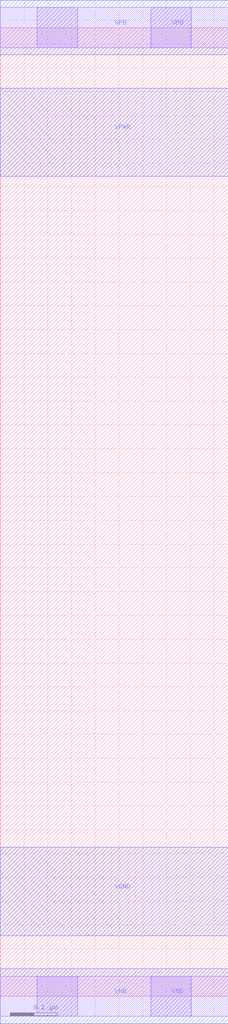
<source format=lef>
# Copyright 2020 The SkyWater PDK Authors
#
# Licensed under the Apache License, Version 2.0 (the "License");
# you may not use this file except in compliance with the License.
# You may obtain a copy of the License at
#
#     https://www.apache.org/licenses/LICENSE-2.0
#
# Unless required by applicable law or agreed to in writing, software
# distributed under the License is distributed on an "AS IS" BASIS,
# WITHOUT WARRANTIES OR CONDITIONS OF ANY KIND, either express or implied.
# See the License for the specific language governing permissions and
# limitations under the License.
#
# SPDX-License-Identifier: Apache-2.0

VERSION 5.7 ;
  NAMESCASESENSITIVE ON ;
  NOWIREEXTENSIONATPIN ON ;
  DIVIDERCHAR "/" ;
  BUSBITCHARS "[]" ;
UNITS
  DATABASE MICRONS 200 ;
END UNITS
MACRO sky130_fd_sc_hvl__fill_2
  CLASS CORE ;
  SOURCE USER ;
  FOREIGN sky130_fd_sc_hvl__fill_2 ;
  ORIGIN  0.000000  0.000000 ;
  SIZE  0.960000 BY  4.070000 ;
  SYMMETRY X Y ;
  SITE unithv ;
  PIN VGND
    DIRECTION INOUT ;
    USE GROUND ;
    PORT
      LAYER met1 ;
        RECT 0.000000 0.255000 0.960000 0.625000 ;
    END
  END VGND
  PIN VNB
    DIRECTION INOUT ;
    USE GROUND ;
    PORT
      LAYER li1 ;
        RECT 0.000000 -0.085000 0.960000 0.085000 ;
      LAYER mcon ;
        RECT 0.155000 -0.085000 0.325000 0.085000 ;
        RECT 0.635000 -0.085000 0.805000 0.085000 ;
      LAYER met1 ;
        RECT 0.000000 -0.115000 0.960000 0.115000 ;
    END
  END VNB
  PIN VPB
    DIRECTION INOUT ;
    USE POWER ;
    PORT
      LAYER li1 ;
        RECT 0.000000 3.985000 0.960000 4.155000 ;
      LAYER mcon ;
        RECT 0.155000 3.985000 0.325000 4.155000 ;
        RECT 0.635000 3.985000 0.805000 4.155000 ;
      LAYER met1 ;
        RECT 0.000000 3.955000 0.960000 4.185000 ;
    END
  END VPB
  PIN VPWR
    DIRECTION INOUT ;
    USE POWER ;
    PORT
      LAYER met1 ;
        RECT 0.000000 3.445000 0.960000 3.815000 ;
    END
  END VPWR
END sky130_fd_sc_hvl__fill_2

</source>
